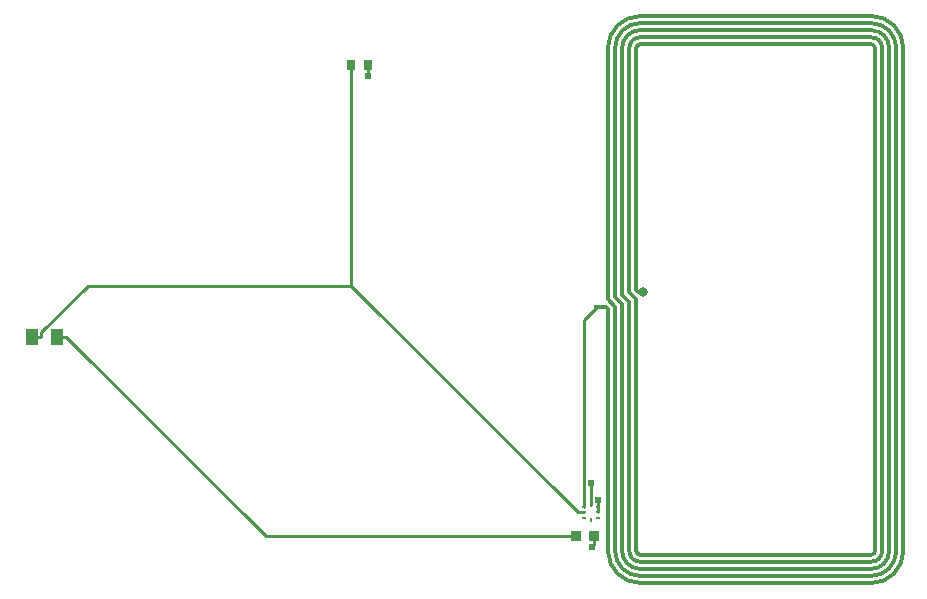
<source format=gtl>
G04 Layer: TopLayer*
G04 EasyEDA v6.5.50, 2025-07-25 17:24:40*
G04 2714d4e9a4fb403cba7aeb0159f2cb37,42856f5ad3ae403ab08d0c24e8ee34dd,10*
G04 Gerber Generator version 0.2*
G04 Scale: 100 percent, Rotated: No, Reflected: No *
G04 Dimensions in inches *
G04 leading zeros omitted , absolute positions ,3 integer and 6 decimal *
%FSLAX36Y36*%
%MOIN*%

%AMMACRO1*21,1,$1,$2,0,0,$3*%
%ADD10C,0.0100*%
%ADD11C,0.0118*%
%ADD12R,0.0295X0.0118*%
%ADD13R,0.0315X0.0354*%
%ADD14MACRO1,0.0394X0.0551X0.0000*%
%ADD15R,0.0394X0.0551*%
%ADD16MACRO1,0.034X0.0318X90.0000*%
%ADD17R,0.0087X0.0157*%
%ADD18R,0.0157X0.0087*%
%ADD19R,0.0157X0.0110*%
%ADD20C,0.0318*%
%ADD21C,0.0240*%
%ADD22C,0.0200*%

%LPD*%
D10*
X2695001Y563618D02*
G01*
X2695001Y639699D01*
X2870001Y1274998D02*
G01*
X2853860Y1274998D01*
X2847361Y1281498D01*
X2847361Y2088578D01*
X2847401Y2089549D01*
X2847520Y2090518D01*
X2847721Y2091469D01*
X2847991Y2092399D01*
X2848341Y2093299D01*
X2848770Y2094178D01*
X2849260Y2095009D01*
X2849831Y2095808D01*
X2850451Y2096549D01*
X2851140Y2097238D01*
X2851871Y2097869D01*
X2852660Y2098438D01*
X2853491Y2098939D01*
X2854371Y2099369D01*
X2855271Y2099729D01*
X2856201Y2100009D01*
X2857151Y2100219D01*
X2858110Y2100338D01*
X2859080Y2100389D01*
X2859170Y2100389D01*
X2718621Y559679D02*
G01*
X2718621Y582388D01*
X2718621Y539998D02*
G01*
X2718621Y559679D01*
X1952560Y2029998D02*
G01*
X1952560Y1994158D01*
X2704660Y459998D02*
G01*
X2704660Y430779D01*
X2698651Y424769D01*
X916351Y1124998D02*
G01*
X947051Y1124998D01*
X2645340Y459998D02*
G01*
X1612051Y459998D01*
X947051Y1124998D01*
X833650Y1124998D02*
G01*
X864350Y1124998D01*
X1897440Y1295048D02*
G01*
X1897440Y2029998D01*
X2652491Y539998D02*
G01*
X1897440Y1295048D01*
X2671381Y539998D02*
G01*
X2652491Y539998D01*
X2720000Y1225000D02*
G01*
X2715000Y1225000D01*
X2671400Y1181399D01*
X2671400Y559699D01*
X864350Y1124998D02*
G01*
X864350Y1140349D01*
X1019050Y1295048D01*
X1897440Y1295048D01*
D11*
X3642640Y411419D02*
G01*
X3642640Y2088580D01*
X3666260Y411419D02*
G01*
X3666260Y2088580D01*
X3689880Y411419D02*
G01*
X3689880Y2088580D01*
X3713500Y411419D02*
G01*
X3713500Y2088580D01*
X3737120Y411419D02*
G01*
X3737120Y2088580D01*
X2859170Y399609D02*
G01*
X3630829Y399609D01*
X2859170Y375990D02*
G01*
X3630829Y375990D01*
X2859170Y352359D02*
G01*
X3630829Y352359D01*
X2859170Y328739D02*
G01*
X3630829Y328739D01*
X2859170Y305120D02*
G01*
X3630829Y305120D01*
X2859170Y2100390D02*
G01*
X3630829Y2100390D01*
X2859170Y2124009D02*
G01*
X3630829Y2124009D01*
X2859170Y2147640D02*
G01*
X3630829Y2147640D01*
X2859170Y2171260D02*
G01*
X3630829Y2171260D01*
X2859170Y2194879D02*
G01*
X3630829Y2194879D01*
X2847359Y411419D02*
G01*
X2847359Y1250000D01*
X2823739Y1273620D01*
X2823739Y2088580D01*
X2800119Y411419D02*
G01*
X2800119Y1234250D01*
X2776499Y1257869D01*
X2776499Y2088580D01*
X2823739Y411419D02*
G01*
X2823739Y1242130D01*
X2800119Y1265749D01*
X2800119Y2088580D01*
X2776499Y411419D02*
G01*
X2776499Y1226379D01*
X2752870Y1250000D01*
X2752870Y2088580D01*
X2847359Y2088580D02*
G01*
X2847359Y1281500D01*
X2853860Y1275000D01*
X2870000Y1275000D01*
X2715000Y1225000D02*
G01*
X2720000Y1225000D01*
X2746379Y1225000D01*
X2752870Y1218499D01*
X2752870Y411419D01*
D12*
G01*
X2720000Y1225000D03*
D13*
G01*
X1952560Y2030000D03*
G01*
X1897439Y2030000D03*
D14*
G01*
X833649Y1125000D03*
D15*
G01*
X916350Y1125000D03*
D16*
G01*
X2704655Y460000D03*
G01*
X2645344Y460000D03*
D17*
G01*
X2695000Y563620D03*
D18*
G01*
X2718620Y559679D03*
G01*
X2718620Y540000D03*
G01*
X2718620Y520309D03*
D17*
G01*
X2695000Y516379D03*
D18*
G01*
X2671379Y520320D03*
G01*
X2671379Y540000D03*
D19*
G01*
X2671379Y559679D03*
D11*
G75*
G01*
X2847360Y2088580D02*
G02*
X2859170Y2100390I11810J0D01*
G75*
G01*
X2823740Y2088580D02*
G02*
X2859170Y2124010I35430J0D01*
G75*
G01*
X2800120Y2088580D02*
G02*
X2859170Y2147640I59050J10D01*
G75*
G01*
X2776500Y2088580D02*
G02*
X2859170Y2171260I82680J0D01*
G75*
G01*
X2752870Y2088580D02*
G02*
X2859170Y2194880I106300J0D01*
G75*
G01*
X2847360Y411420D02*
G03*
X2859170Y399610I11810J0D01*
G75*
G01*
X2823740Y411420D02*
G03*
X2859170Y375990I35430J0D01*
G75*
G01*
X2800120Y411420D02*
G03*
X2859170Y352360I59050J-10D01*
G75*
G01*
X2776500Y411420D02*
G03*
X2859170Y328740I82680J0D01*
G75*
G01*
X2752870Y411420D02*
G03*
X2859170Y305120I106300J0D01*
G75*
G01*
X3642640Y411420D02*
G02*
X3630830Y399610I-11810J0D01*
G75*
G01*
X3666260Y411420D02*
G02*
X3630830Y375990I-35430J0D01*
G75*
G01*
X3689880Y411420D02*
G02*
X3630830Y352360I-59050J-10D01*
G75*
G01*
X3713500Y411420D02*
G02*
X3630830Y328740I-82680J0D01*
G75*
G01*
X3737130Y411420D02*
G02*
X3630830Y305120I-106300J0D01*
G75*
G01*
X3642640Y2088580D02*
G03*
X3630830Y2100390I-11810J0D01*
G75*
G01*
X3666260Y2088580D02*
G03*
X3630830Y2124010I-35430J0D01*
G75*
G01*
X3689880Y2088580D02*
G03*
X3630830Y2147640I-59050J10D01*
G75*
G01*
X3713500Y2088580D02*
G03*
X3630830Y2171260I-82680J0D01*
G75*
G01*
X3737130Y2088580D02*
G03*
X3630830Y2194880I-106300J0D01*
D20*
G01*
X2870000Y1275000D03*
D21*
G01*
X2695000Y639699D03*
G01*
X2718620Y582390D03*
G01*
X2698649Y424769D03*
G01*
X1952560Y1994160D03*
M02*

</source>
